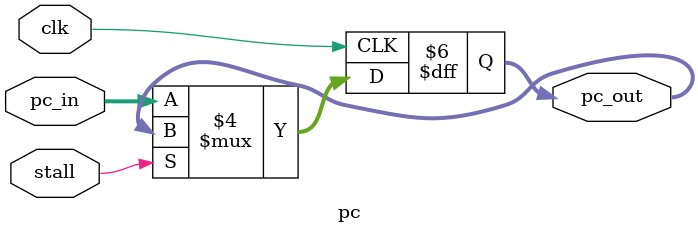
<source format=v>
module pc(clk, pc_in, pc_out, stall);
    input clk, stall;
    input [31:0] pc_in;
    output [31:0] pc_out;
    reg [31:0] pc_out;
    initial begin
        pc_out <= 32'b11111111111111111111111111111100;
    end
    always @(posedge clk) begin
        if (!stall)
            pc_out <= pc_in;
    end
endmodule
</source>
